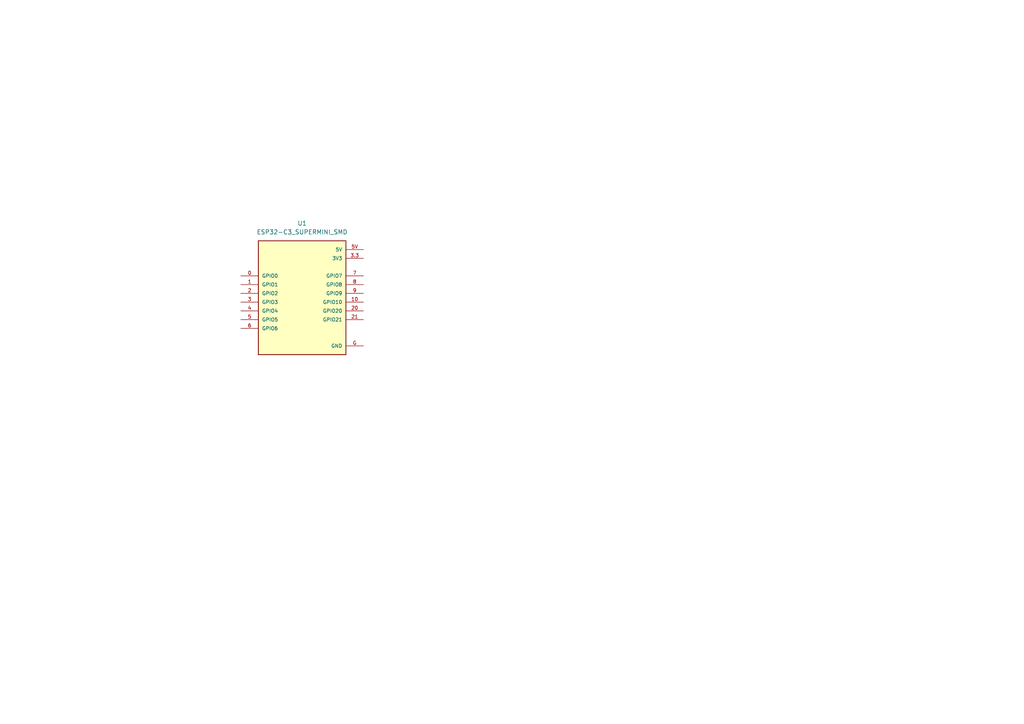
<source format=kicad_sch>
(kicad_sch (version 20250114) (generator "eeschema") (generator_version "9.0")
  (paper "A4")
  (lib_symbols
    (symbol "ESP32-C3_SUPERMINI_SMD:ESP32-C3_SUPERMINI_SMD" (pin_names (offset 1.016))
      (property "Reference" "U" (at -12.7 16.002 0))
      (property "Value" "ESP32-C3_SUPERMINI_SMD" (at -12.7 -20.32 0))
      (symbol "ESP32-C3_SUPERMINI_SMD_0_0"
        (rectangle (start -12.7 -17.78) (end 12.7 15.24) (stroke (width 0.254)) (fill (type background)))
        (pin bidirectional line (at -17.78 5.08 0) (length 5.08) (name "GPIO0") (number "0"))
        (pin bidirectional line (at -17.78 2.54 0) (length 5.08) (name "GPIO1") (number "1"))
        (pin bidirectional line (at -17.78 0 0) (length 5.08) (name "GPIO2") (number "2"))
        (pin bidirectional line (at -17.78 -2.54 0) (length 5.08) (name "GPIO3") (number "3"))
        (pin bidirectional line (at -17.78 -5.08 0) (length 5.08) (name "GPIO4") (number "4"))
        (pin bidirectional line (at -17.78 -7.62 0) (length 5.08) (name "GPIO5") (number "5"))
        (pin bidirectional line (at -17.78 -10.16 0) (length 5.08) (name "GPIO6") (number "6"))
        (pin power_in line (at 17.78 12.7 180) (length 5.08) (name "5V") (number "5V"))
        (pin power_in line (at 17.78 10.16 180) (length 5.08) (name "3V3") (number "3.3"))
        (pin bidirectional line (at 17.78 5.08 180) (length 5.08) (name "GPIO7") (number "7"))
        (pin bidirectional line (at 17.78 2.54 180) (length 5.08) (name "GPIO8") (number "8"))
        (pin bidirectional line (at 17.78 0 180) (length 5.08) (name "GPIO9") (number "9"))
        (pin bidirectional line (at 17.78 -2.54 180) (length 5.08) (name "GPIO10") (number "10"))
        (pin bidirectional line (at 17.78 -5.08 180) (length 5.08) (name "GPIO20") (number "20"))
        (pin bidirectional line (at 17.78 -7.62 180) (length 5.08) (name "GPIO21") (number "21"))
        (pin power_in line (at 17.78 -15.24 180) (length 5.08) (name "GND") (number "G"))
      )
    )
  )
  (symbol (lib_id "ESP32-C3_SUPERMINI_SMD:ESP32-C3_SUPERMINI_SMD") (at 87.63 85.09 0) (unit 1)
    (property "Reference" "U1" (at 87.63 64.77 0))
    (property "Value" "ESP32-C3_SUPERMINI_SMD" (at 87.63 67.31 0))
    (property "Footprint" "ESP32-C3_SUPERMINI_SMD:MODULE_ESP32-C3_SUPERMINI" (effects (hide yes)))
    (property "MF" "Espressif Systems" (effects (hide yes)))
    (property "MAXIMUM_PACKAGE_HEIGHT" "4.2mm" (effects (hide yes)))
    (property "Package" "None" (effects (hide yes)))
    (property "Price" "None" (effects (hide yes)))
    (property "Check_prices" "https://www.snapeda.com/parts/ESP32-C3%20SuperMini_SMD/Espressif+Systems/view-part/?ref=eda" (effects (hide yes)))
    (property "STANDARD" "Manufacturer Recommendations" (effects (hide yes)))
    (property "SnapEDA_Link" "https://www.snapeda.com/parts/ESP32-C3%20SuperMini_SMD/Espressif+Systems/view-part/?ref=snap" (effects (hide yes)))
    (property "MP" "ESP32-C3 SuperMini_SMD" (effects (hide yes)))
    (property "Description_1" "Super tiny ESP32-C3 board" (effects (hide yes)))
    (property "Availability" "Not in stock" (effects (hide yes)))
    (property "MANUFACTURER" "Espressif" (effects (hide yes)))
  )
)
</source>
